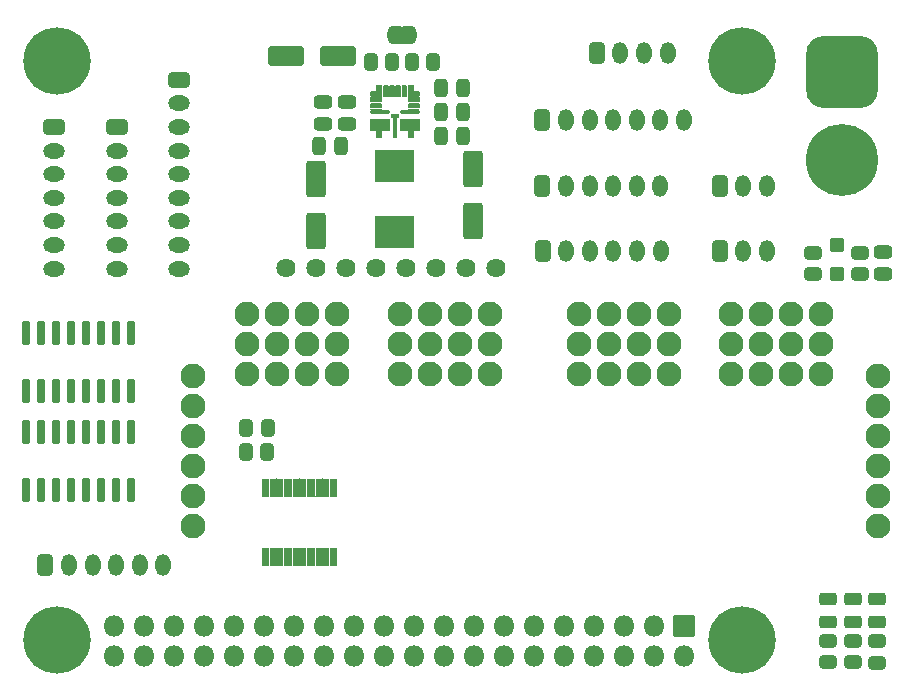
<source format=gbr>
G04 #@! TF.GenerationSoftware,KiCad,Pcbnew,(6.0.1)*
G04 #@! TF.CreationDate,2022-08-03T17:01:47-07:00*
G04 #@! TF.ProjectId,Prime Mover,5072696d-6520-44d6-9f76-65722e6b6963,rev?*
G04 #@! TF.SameCoordinates,Original*
G04 #@! TF.FileFunction,Soldermask,Top*
G04 #@! TF.FilePolarity,Negative*
%FSLAX46Y46*%
G04 Gerber Fmt 4.6, Leading zero omitted, Abs format (unit mm)*
G04 Created by KiCad (PCBNEW (6.0.1)) date 2022-08-03 17:01:47*
%MOMM*%
%LPD*%
G01*
G04 APERTURE LIST*
G04 Aperture macros list*
%AMRoundRect*
0 Rectangle with rounded corners*
0 $1 Rounding radius*
0 $2 $3 $4 $5 $6 $7 $8 $9 X,Y pos of 4 corners*
0 Add a 4 corners polygon primitive as box body*
4,1,4,$2,$3,$4,$5,$6,$7,$8,$9,$2,$3,0*
0 Add four circle primitives for the rounded corners*
1,1,$1+$1,$2,$3*
1,1,$1+$1,$4,$5*
1,1,$1+$1,$6,$7*
1,1,$1+$1,$8,$9*
0 Add four rect primitives between the rounded corners*
20,1,$1+$1,$2,$3,$4,$5,0*
20,1,$1+$1,$4,$5,$6,$7,0*
20,1,$1+$1,$6,$7,$8,$9,0*
20,1,$1+$1,$8,$9,$2,$3,0*%
%AMFreePoly0*
4,1,37,0.536062,0.786062,0.551000,0.750000,0.551000,-0.750000,0.536062,-0.786062,0.500000,-0.801000,0.000000,-0.801000,-0.012525,-0.795812,-0.080875,-0.794559,-0.095149,-0.792248,-0.230464,-0.749973,-0.243516,-0.743747,-0.361526,-0.665192,-0.372306,-0.655554,-0.463526,-0.547035,-0.471167,-0.534759,-0.528262,-0.405000,-0.532150,-0.391073,-0.549733,-0.256613,-0.548336,-0.256430,-0.551000,-0.250000,
-0.551000,0.250000,-0.550512,0.251179,-0.550356,0.263956,-0.528545,0.404033,-0.524317,0.417860,-0.464069,0.546185,-0.456130,0.558271,-0.362286,0.664529,-0.351274,0.673901,-0.231379,0.749549,-0.218180,0.755454,-0.081873,0.794411,-0.067546,0.796373,-0.011990,0.796033,0.000000,0.801000,0.500000,0.801000,0.536062,0.786062,0.536062,0.786062,$1*%
%AMFreePoly1*
4,1,37,0.012349,0.795885,0.074216,0.795507,0.088518,0.793370,0.224339,0.752751,0.237465,0.746685,0.356427,0.669578,0.367324,0.660073,0.459862,0.552676,0.467652,0.540494,0.526329,0.411442,0.530388,0.397563,0.550485,0.257230,0.551000,0.250000,0.551000,-0.250000,0.550996,-0.250622,0.550847,-0.262838,0.550144,-0.270677,0.526624,-0.410478,0.522228,-0.424254,0.460416,-0.551833,
0.452330,-0.563821,0.357195,-0.668925,0.346069,-0.678161,0.225259,-0.752338,0.211989,-0.758081,0.075216,-0.795370,0.060866,-0.797157,0.011464,-0.796251,0.000000,-0.801000,-0.500000,-0.801000,-0.536062,-0.786062,-0.551000,-0.750000,-0.551000,0.750000,-0.536062,0.786062,-0.500000,0.801000,0.000000,0.801000,0.012349,0.795885,0.012349,0.795885,$1*%
G04 Aperture macros list end*
%ADD10C,5.702000*%
%ADD11RoundRect,0.301000X0.450000X-0.262500X0.450000X0.262500X-0.450000X0.262500X-0.450000X-0.262500X0*%
%ADD12RoundRect,0.294750X0.456250X-0.243750X0.456250X0.243750X-0.456250X0.243750X-0.456250X-0.243750X0*%
%ADD13C,6.102000*%
%ADD14RoundRect,1.551000X-1.500000X1.500000X-1.500000X-1.500000X1.500000X-1.500000X1.500000X1.500000X0*%
%ADD15C,2.102000*%
%ADD16RoundRect,0.051000X0.225000X0.737500X-0.225000X0.737500X-0.225000X-0.737500X0.225000X-0.737500X0*%
%ADD17FreePoly0,0.000000*%
%ADD18FreePoly1,0.000000*%
%ADD19RoundRect,0.301000X-0.250000X-0.475000X0.250000X-0.475000X0.250000X0.475000X-0.250000X0.475000X0*%
%ADD20RoundRect,0.301000X-0.350000X-0.625000X0.350000X-0.625000X0.350000X0.625000X-0.350000X0.625000X0*%
%ADD21O,1.302000X1.852000*%
%ADD22RoundRect,0.301000X1.250000X0.550000X-1.250000X0.550000X-1.250000X-0.550000X1.250000X-0.550000X0*%
%ADD23RoundRect,0.301000X0.550000X-1.250000X0.550000X1.250000X-0.550000X1.250000X-0.550000X-1.250000X0*%
%ADD24RoundRect,0.201000X0.150000X-0.825000X0.150000X0.825000X-0.150000X0.825000X-0.150000X-0.825000X0*%
%ADD25RoundRect,0.301000X-0.625000X0.350000X-0.625000X-0.350000X0.625000X-0.350000X0.625000X0.350000X0*%
%ADD26O,1.852000X1.302000*%
%ADD27RoundRect,0.301000X0.475000X-0.250000X0.475000X0.250000X-0.475000X0.250000X-0.475000X-0.250000X0*%
%ADD28RoundRect,0.301000X-0.262500X-0.450000X0.262500X-0.450000X0.262500X0.450000X-0.262500X0.450000X0*%
%ADD29RoundRect,0.051000X-1.600000X1.325000X-1.600000X-1.325000X1.600000X-1.325000X1.600000X1.325000X0*%
%ADD30RoundRect,0.301000X-0.450000X0.262500X-0.450000X-0.262500X0.450000X-0.262500X0.450000X0.262500X0*%
%ADD31RoundRect,0.051000X0.437500X-0.150000X0.437500X0.150000X-0.437500X0.150000X-0.437500X-0.150000X0*%
%ADD32RoundRect,0.051000X0.762500X-0.125000X0.762500X0.125000X-0.762500X0.125000X-0.762500X-0.125000X0*%
%ADD33RoundRect,0.051000X0.762500X-0.475000X0.762500X0.475000X-0.762500X0.475000X-0.762500X-0.475000X0*%
%ADD34RoundRect,0.051000X-0.225000X-0.300000X0.225000X-0.300000X0.225000X0.300000X-0.225000X0.300000X0*%
%ADD35RoundRect,0.051000X-0.150000X-0.825000X0.150000X-0.825000X0.150000X0.825000X-0.150000X0.825000X0*%
%ADD36RoundRect,0.051000X-0.225000X-0.437500X0.225000X-0.437500X0.225000X0.437500X-0.225000X0.437500X0*%
%ADD37RoundRect,0.051000X-0.150000X-0.437500X0.150000X-0.437500X0.150000X0.437500X-0.150000X0.437500X0*%
%ADD38RoundRect,0.051000X0.250000X-0.175000X0.250000X0.175000X-0.250000X0.175000X-0.250000X-0.175000X0*%
%ADD39RoundRect,0.051000X0.300000X-0.125000X0.300000X0.125000X-0.300000X0.125000X-0.300000X-0.125000X0*%
%ADD40RoundRect,0.051000X0.500000X-0.500000X0.500000X0.500000X-0.500000X0.500000X-0.500000X-0.500000X0*%
%ADD41RoundRect,0.051000X0.850000X-0.850000X0.850000X0.850000X-0.850000X0.850000X-0.850000X-0.850000X0*%
%ADD42O,1.802000X1.802000*%
%ADD43C,1.626000*%
G04 APERTURE END LIST*
D10*
X39000000Y-24500000D03*
X39000000Y24500000D03*
X-19000000Y-24500000D03*
X-19000000Y24500000D03*
D11*
X50470000Y-24597500D03*
X50470000Y-26422500D03*
X48400000Y-24587500D03*
X48400000Y-26412500D03*
X46320000Y-24587500D03*
X46320000Y-26412500D03*
D12*
X50470000Y-21072500D03*
X50470000Y-22947500D03*
X48400000Y-22947500D03*
X48400000Y-21072500D03*
X46320000Y-22947500D03*
X46320000Y-21072500D03*
D13*
X47500000Y16160000D03*
D14*
X47500000Y23600000D03*
D15*
X50500000Y-14850000D03*
X50500000Y-12310000D03*
X50500000Y-9770000D03*
X50500000Y-7230000D03*
X50500000Y-4690000D03*
X50500000Y-2150000D03*
X-7500000Y-14850000D03*
X-7500000Y-12310000D03*
X-7500000Y-9770000D03*
X-7500000Y-7230000D03*
X-7500000Y-4690000D03*
X-7500000Y-2150000D03*
X45700000Y-1980000D03*
X45700000Y560000D03*
X45700000Y3100000D03*
X43160000Y-1980000D03*
X43160000Y560000D03*
X43160000Y3100000D03*
X40620000Y-1980000D03*
X40620000Y560000D03*
X40620000Y3100000D03*
X38080000Y-1980000D03*
X38080000Y560000D03*
X38080000Y3100000D03*
X32840000Y-1980000D03*
X32840000Y560000D03*
X32840000Y3100000D03*
X30300000Y-1980000D03*
X30300000Y560000D03*
X30300000Y3100000D03*
X27760000Y-1980000D03*
X27760000Y560000D03*
X27760000Y3100000D03*
X25220000Y-1980000D03*
X25220000Y560000D03*
X25220000Y3100000D03*
X17700000Y-1980000D03*
X17700000Y560000D03*
X17700000Y3100000D03*
X15160000Y-1980000D03*
X15160000Y560000D03*
X15160000Y3100000D03*
X12620000Y-1980000D03*
X12620000Y560000D03*
X12620000Y3100000D03*
X10080000Y-1980000D03*
X10080000Y560000D03*
X10080000Y3100000D03*
X4740000Y-1980000D03*
X4740000Y560000D03*
X4740000Y3100000D03*
X2200000Y-1980000D03*
X2200000Y560000D03*
X2200000Y3100000D03*
X-340000Y-1980000D03*
X-340000Y560000D03*
X-340000Y3100000D03*
X-2880000Y-1980000D03*
X-2880000Y560000D03*
X-2880000Y3100000D03*
D16*
X-1375000Y-17478000D03*
X-725000Y-17478000D03*
X-75000Y-17478000D03*
X575000Y-17478000D03*
X1225000Y-17478000D03*
X1875000Y-17478000D03*
X2525000Y-17478000D03*
X3175000Y-17478000D03*
X3825000Y-17478000D03*
X4475000Y-17478000D03*
X4475000Y-11602000D03*
X3825000Y-11602000D03*
X3175000Y-11602000D03*
X2525000Y-11602000D03*
X1875000Y-11602000D03*
X1225000Y-11602000D03*
X575000Y-11602000D03*
X-75000Y-11602000D03*
X-725000Y-11602000D03*
X-1375000Y-11602000D03*
D17*
X9570000Y26710000D03*
D18*
X10870000Y26710000D03*
D19*
X13520000Y18140000D03*
X15420000Y18140000D03*
D20*
X22110000Y13970000D03*
D21*
X24110000Y13970000D03*
X26110000Y13970000D03*
X28110000Y13970000D03*
X30110000Y13970000D03*
X32110000Y13970000D03*
D22*
X4840000Y24930000D03*
X440000Y24930000D03*
D23*
X16260000Y10950000D03*
X16260000Y15350000D03*
X2980000Y10130000D03*
X2980000Y14530000D03*
D24*
X-21615000Y-3445000D03*
X-20345000Y-3445000D03*
X-19075000Y-3445000D03*
X-17805000Y-3445000D03*
X-16535000Y-3445000D03*
X-15265000Y-3445000D03*
X-13995000Y-3445000D03*
X-12725000Y-3445000D03*
X-12725000Y1505000D03*
X-13995000Y1505000D03*
X-15265000Y1505000D03*
X-16535000Y1505000D03*
X-17805000Y1505000D03*
X-19075000Y1505000D03*
X-20345000Y1505000D03*
X-21615000Y1505000D03*
D25*
X-13940000Y18930000D03*
D26*
X-13940000Y16930000D03*
X-13940000Y14930000D03*
X-13940000Y12930000D03*
X-13940000Y10930000D03*
X-13940000Y8930000D03*
X-13940000Y6930000D03*
D21*
X-9970000Y-18170000D03*
X-11970000Y-18170000D03*
X-13970000Y-18170000D03*
X-15970000Y-18170000D03*
X-17970000Y-18170000D03*
D20*
X-19970000Y-18170000D03*
D26*
X-19230000Y6930000D03*
X-19230000Y8930000D03*
X-19230000Y10930000D03*
X-19230000Y12930000D03*
X-19230000Y14930000D03*
X-19230000Y16930000D03*
D25*
X-19230000Y18930000D03*
D20*
X22110000Y19550000D03*
D21*
X24110000Y19550000D03*
X26110000Y19550000D03*
X28110000Y19550000D03*
X30110000Y19550000D03*
X32110000Y19550000D03*
X34110000Y19550000D03*
D24*
X-21605000Y-6885000D03*
X-20335000Y-6885000D03*
X-19065000Y-6885000D03*
X-17795000Y-6885000D03*
X-16525000Y-6885000D03*
X-15255000Y-6885000D03*
X-13985000Y-6885000D03*
X-12715000Y-6885000D03*
X-12715000Y-11835000D03*
X-13985000Y-11835000D03*
X-15255000Y-11835000D03*
X-16525000Y-11835000D03*
X-17795000Y-11835000D03*
X-19065000Y-11835000D03*
X-20335000Y-11835000D03*
X-21605000Y-11835000D03*
D27*
X5550000Y19140000D03*
X5550000Y21040000D03*
D28*
X7587500Y24450000D03*
X9412500Y24450000D03*
D29*
X9630000Y15650000D03*
X9630000Y10050000D03*
D20*
X26720000Y25150000D03*
D21*
X28720000Y25150000D03*
X30720000Y25150000D03*
X32720000Y25150000D03*
D28*
X11037500Y24440000D03*
X12862500Y24440000D03*
D27*
X3510000Y19140000D03*
X3510000Y21040000D03*
D26*
X-8650000Y6930000D03*
X-8650000Y8930000D03*
X-8650000Y10930000D03*
X-8650000Y12930000D03*
X-8650000Y14930000D03*
X-8650000Y16930000D03*
X-8650000Y18930000D03*
X-8650000Y20930000D03*
D25*
X-8650000Y22930000D03*
D28*
X-2992500Y-8570000D03*
X-1167500Y-8570000D03*
D20*
X22130000Y8390000D03*
D21*
X24130000Y8390000D03*
X26130000Y8390000D03*
X28130000Y8390000D03*
X30130000Y8390000D03*
X32130000Y8390000D03*
D30*
X45060000Y8295000D03*
X45060000Y6470000D03*
D28*
X-2982500Y-6570000D03*
X-1157500Y-6570000D03*
D20*
X37110000Y13970000D03*
D21*
X39110000Y13970000D03*
X41110000Y13970000D03*
D31*
X8017000Y21170000D03*
X8017000Y20670000D03*
D32*
X8342000Y20170000D03*
D33*
X8343000Y19120000D03*
D34*
X8305000Y18345000D03*
D35*
X9630000Y18870000D03*
D34*
X10955000Y18345000D03*
D33*
X10917000Y19120000D03*
D32*
X10918000Y20170000D03*
D31*
X11242000Y20670000D03*
X11242000Y21170000D03*
D36*
X10955000Y21957000D03*
D37*
X10380000Y21958000D03*
X9880000Y21958000D03*
X9380000Y21958000D03*
X8880000Y21958000D03*
D36*
X8305000Y21958000D03*
D38*
X7830000Y21695000D03*
D39*
X9630000Y19820000D03*
D38*
X11430000Y21695000D03*
D19*
X13520000Y20180000D03*
X15420000Y20180000D03*
D11*
X49000000Y6457500D03*
X49000000Y8282500D03*
D27*
X50990000Y6440000D03*
X50990000Y8340000D03*
D20*
X37110000Y8390000D03*
D21*
X39110000Y8390000D03*
X41110000Y8390000D03*
D40*
X47030000Y6450000D03*
X47030000Y8950000D03*
D19*
X3180000Y17330000D03*
X5080000Y17330000D03*
X13520000Y22200000D03*
X15420000Y22200000D03*
D41*
X34080000Y-23350000D03*
D42*
X34080000Y-25890000D03*
X31540000Y-23350000D03*
X31540000Y-25890000D03*
X29000000Y-23350000D03*
X29000000Y-25890000D03*
X26460000Y-23350000D03*
X26460000Y-25890000D03*
X23920000Y-23350000D03*
X23920000Y-25890000D03*
X21380000Y-23350000D03*
X21380000Y-25890000D03*
X18840000Y-23350000D03*
X18840000Y-25890000D03*
X16300000Y-23350000D03*
X16300000Y-25890000D03*
X13760000Y-23350000D03*
X13760000Y-25890000D03*
X11220000Y-23350000D03*
X11220000Y-25890000D03*
X8680000Y-23350000D03*
X8680000Y-25890000D03*
X6140000Y-23350000D03*
X6140000Y-25890000D03*
X3600000Y-23350000D03*
X3600000Y-25890000D03*
X1060000Y-23350000D03*
X1060000Y-25890000D03*
X-1480000Y-23350000D03*
X-1480000Y-25890000D03*
X-4020000Y-23350000D03*
X-4020000Y-25890000D03*
X-6560000Y-23350000D03*
X-6560000Y-25890000D03*
X-9100000Y-23350000D03*
X-9100000Y-25890000D03*
X-11640000Y-23350000D03*
X-11640000Y-25890000D03*
X-14180000Y-23350000D03*
X-14180000Y-25890000D03*
D43*
X18225000Y7000000D03*
X15685000Y7000000D03*
X13145000Y7000000D03*
X10605000Y7000000D03*
X8065000Y7000000D03*
X5525000Y7000000D03*
X2985000Y7000000D03*
X445000Y7000000D03*
G36*
X-335367Y-16704017D02*
G01*
X-334803Y-16705936D01*
X-335084Y-16706575D01*
X-345233Y-16721763D01*
X-349000Y-16740699D01*
X-349000Y-18215301D01*
X-345233Y-18234238D01*
X-335186Y-18249273D01*
X-335055Y-18251268D01*
X-336718Y-18252380D01*
X-337447Y-18252293D01*
X-397788Y-18233398D01*
X-462690Y-18252455D01*
X-464633Y-18251983D01*
X-465197Y-18250064D01*
X-464916Y-18249425D01*
X-454767Y-18234237D01*
X-451000Y-18215301D01*
X-451000Y-16740699D01*
X-454767Y-16721762D01*
X-464814Y-16706727D01*
X-464945Y-16704732D01*
X-463282Y-16703620D01*
X-462553Y-16703707D01*
X-402212Y-16722602D01*
X-337310Y-16703545D01*
X-335367Y-16704017D01*
G37*
G36*
X-985367Y-16704017D02*
G01*
X-984803Y-16705936D01*
X-985084Y-16706575D01*
X-995233Y-16721763D01*
X-999000Y-16740699D01*
X-999000Y-18215301D01*
X-995233Y-18234238D01*
X-985186Y-18249273D01*
X-985055Y-18251268D01*
X-986718Y-18252380D01*
X-987447Y-18252293D01*
X-1047788Y-18233398D01*
X-1112690Y-18252455D01*
X-1114633Y-18251983D01*
X-1115197Y-18250064D01*
X-1114916Y-18249425D01*
X-1104767Y-18234237D01*
X-1101000Y-18215301D01*
X-1101000Y-16740699D01*
X-1104767Y-16721762D01*
X-1114814Y-16706727D01*
X-1114945Y-16704732D01*
X-1113282Y-16703620D01*
X-1112553Y-16703707D01*
X-1052212Y-16722602D01*
X-987310Y-16703545D01*
X-985367Y-16704017D01*
G37*
G36*
X2914633Y-16704017D02*
G01*
X2915197Y-16705936D01*
X2914916Y-16706575D01*
X2904767Y-16721763D01*
X2901000Y-16740699D01*
X2901000Y-18215301D01*
X2904767Y-18234238D01*
X2914814Y-18249273D01*
X2914945Y-18251268D01*
X2913282Y-18252380D01*
X2912553Y-18252293D01*
X2852212Y-18233398D01*
X2787310Y-18252455D01*
X2785367Y-18251983D01*
X2784803Y-18250064D01*
X2785084Y-18249425D01*
X2795233Y-18234237D01*
X2799000Y-18215301D01*
X2799000Y-16740699D01*
X2795233Y-16721762D01*
X2785186Y-16706727D01*
X2785055Y-16704732D01*
X2786718Y-16703620D01*
X2787447Y-16703707D01*
X2847788Y-16722602D01*
X2912690Y-16703545D01*
X2914633Y-16704017D01*
G37*
G36*
X314633Y-16704017D02*
G01*
X315197Y-16705936D01*
X314916Y-16706575D01*
X304767Y-16721763D01*
X301000Y-16740699D01*
X301000Y-18215301D01*
X304767Y-18234238D01*
X314814Y-18249273D01*
X314945Y-18251268D01*
X313282Y-18252380D01*
X312553Y-18252293D01*
X252212Y-18233398D01*
X187310Y-18252455D01*
X185367Y-18251983D01*
X184803Y-18250064D01*
X185084Y-18249425D01*
X195233Y-18234237D01*
X199000Y-18215301D01*
X199000Y-16740699D01*
X195233Y-16721762D01*
X185186Y-16706727D01*
X185055Y-16704732D01*
X186718Y-16703620D01*
X187447Y-16703707D01*
X247788Y-16722602D01*
X312690Y-16703545D01*
X314633Y-16704017D01*
G37*
G36*
X964633Y-16704017D02*
G01*
X965197Y-16705936D01*
X964916Y-16706575D01*
X954767Y-16721763D01*
X951000Y-16740699D01*
X951000Y-18215301D01*
X954767Y-18234238D01*
X964814Y-18249273D01*
X964945Y-18251268D01*
X963282Y-18252380D01*
X962553Y-18252293D01*
X902212Y-18233398D01*
X837310Y-18252455D01*
X835367Y-18251983D01*
X834803Y-18250064D01*
X835084Y-18249425D01*
X845233Y-18234237D01*
X849000Y-18215301D01*
X849000Y-16740699D01*
X845233Y-16721762D01*
X835186Y-16706727D01*
X835055Y-16704732D01*
X836718Y-16703620D01*
X837447Y-16703707D01*
X897788Y-16722602D01*
X962690Y-16703545D01*
X964633Y-16704017D01*
G37*
G36*
X1614633Y-16704017D02*
G01*
X1615197Y-16705936D01*
X1614916Y-16706575D01*
X1604767Y-16721763D01*
X1601000Y-16740699D01*
X1601000Y-18215301D01*
X1604767Y-18234238D01*
X1614814Y-18249273D01*
X1614945Y-18251268D01*
X1613282Y-18252380D01*
X1612553Y-18252293D01*
X1552212Y-18233398D01*
X1487310Y-18252455D01*
X1485367Y-18251983D01*
X1484803Y-18250064D01*
X1485084Y-18249425D01*
X1495233Y-18234237D01*
X1499000Y-18215301D01*
X1499000Y-16740699D01*
X1495233Y-16721762D01*
X1485186Y-16706727D01*
X1485055Y-16704732D01*
X1486718Y-16703620D01*
X1487447Y-16703707D01*
X1547788Y-16722602D01*
X1612690Y-16703545D01*
X1614633Y-16704017D01*
G37*
G36*
X3564633Y-16704017D02*
G01*
X3565197Y-16705936D01*
X3564916Y-16706575D01*
X3554767Y-16721763D01*
X3551000Y-16740699D01*
X3551000Y-18215301D01*
X3554767Y-18234238D01*
X3564814Y-18249273D01*
X3564945Y-18251268D01*
X3563282Y-18252380D01*
X3562553Y-18252293D01*
X3502212Y-18233398D01*
X3437310Y-18252455D01*
X3435367Y-18251983D01*
X3434803Y-18250064D01*
X3435084Y-18249425D01*
X3445233Y-18234237D01*
X3449000Y-18215301D01*
X3449000Y-16740699D01*
X3445233Y-16721762D01*
X3435186Y-16706727D01*
X3435055Y-16704732D01*
X3436718Y-16703620D01*
X3437447Y-16703707D01*
X3497788Y-16722602D01*
X3562690Y-16703545D01*
X3564633Y-16704017D01*
G37*
G36*
X2264633Y-16704017D02*
G01*
X2265197Y-16705936D01*
X2264916Y-16706575D01*
X2254767Y-16721763D01*
X2251000Y-16740699D01*
X2251000Y-18215301D01*
X2254767Y-18234238D01*
X2264814Y-18249273D01*
X2264945Y-18251268D01*
X2263282Y-18252380D01*
X2262553Y-18252293D01*
X2202212Y-18233398D01*
X2137310Y-18252455D01*
X2135367Y-18251983D01*
X2134803Y-18250064D01*
X2135084Y-18249425D01*
X2145233Y-18234237D01*
X2149000Y-18215301D01*
X2149000Y-16740699D01*
X2145233Y-16721762D01*
X2135186Y-16706727D01*
X2135055Y-16704732D01*
X2136718Y-16703620D01*
X2137447Y-16703707D01*
X2197788Y-16722602D01*
X2262690Y-16703545D01*
X2264633Y-16704017D01*
G37*
G36*
X4214633Y-16704017D02*
G01*
X4215197Y-16705936D01*
X4214916Y-16706575D01*
X4204767Y-16721763D01*
X4201000Y-16740699D01*
X4201000Y-18215301D01*
X4204767Y-18234238D01*
X4214814Y-18249273D01*
X4214945Y-18251268D01*
X4213282Y-18252380D01*
X4212553Y-18252293D01*
X4152212Y-18233398D01*
X4087310Y-18252455D01*
X4085367Y-18251983D01*
X4084803Y-18250064D01*
X4085084Y-18249425D01*
X4095233Y-18234237D01*
X4099000Y-18215301D01*
X4099000Y-16740699D01*
X4095233Y-16721762D01*
X4085186Y-16706727D01*
X4085055Y-16704732D01*
X4086718Y-16703620D01*
X4087447Y-16703707D01*
X4147788Y-16722602D01*
X4212690Y-16703545D01*
X4214633Y-16704017D01*
G37*
G36*
X-335367Y-10828017D02*
G01*
X-334803Y-10829936D01*
X-335084Y-10830575D01*
X-345233Y-10845763D01*
X-349000Y-10864699D01*
X-349000Y-12339301D01*
X-345233Y-12358238D01*
X-335186Y-12373273D01*
X-335055Y-12375268D01*
X-336718Y-12376380D01*
X-337447Y-12376293D01*
X-397788Y-12357398D01*
X-462690Y-12376455D01*
X-464633Y-12375983D01*
X-465197Y-12374064D01*
X-464916Y-12373425D01*
X-454767Y-12358237D01*
X-451000Y-12339301D01*
X-451000Y-10864699D01*
X-454767Y-10845762D01*
X-464814Y-10830727D01*
X-464945Y-10828732D01*
X-463282Y-10827620D01*
X-462553Y-10827707D01*
X-402212Y-10846602D01*
X-337310Y-10827545D01*
X-335367Y-10828017D01*
G37*
G36*
X4214633Y-10828017D02*
G01*
X4215197Y-10829936D01*
X4214916Y-10830575D01*
X4204767Y-10845763D01*
X4201000Y-10864699D01*
X4201000Y-12339301D01*
X4204767Y-12358238D01*
X4214814Y-12373273D01*
X4214945Y-12375268D01*
X4213282Y-12376380D01*
X4212553Y-12376293D01*
X4152212Y-12357398D01*
X4087310Y-12376455D01*
X4085367Y-12375983D01*
X4084803Y-12374064D01*
X4085084Y-12373425D01*
X4095233Y-12358237D01*
X4099000Y-12339301D01*
X4099000Y-10864699D01*
X4095233Y-10845762D01*
X4085186Y-10830727D01*
X4085055Y-10828732D01*
X4086718Y-10827620D01*
X4087447Y-10827707D01*
X4147788Y-10846602D01*
X4212690Y-10827545D01*
X4214633Y-10828017D01*
G37*
G36*
X964633Y-10828017D02*
G01*
X965197Y-10829936D01*
X964916Y-10830575D01*
X954767Y-10845763D01*
X951000Y-10864699D01*
X951000Y-12339301D01*
X954767Y-12358238D01*
X964814Y-12373273D01*
X964945Y-12375268D01*
X963282Y-12376380D01*
X962553Y-12376293D01*
X902212Y-12357398D01*
X837310Y-12376455D01*
X835367Y-12375983D01*
X834803Y-12374064D01*
X835084Y-12373425D01*
X845233Y-12358237D01*
X849000Y-12339301D01*
X849000Y-10864699D01*
X845233Y-10845762D01*
X835186Y-10830727D01*
X835055Y-10828732D01*
X836718Y-10827620D01*
X837447Y-10827707D01*
X897788Y-10846602D01*
X962690Y-10827545D01*
X964633Y-10828017D01*
G37*
G36*
X314633Y-10828017D02*
G01*
X315197Y-10829936D01*
X314916Y-10830575D01*
X304767Y-10845763D01*
X301000Y-10864699D01*
X301000Y-12339301D01*
X304767Y-12358238D01*
X314814Y-12373273D01*
X314945Y-12375268D01*
X313282Y-12376380D01*
X312553Y-12376293D01*
X252212Y-12357398D01*
X187310Y-12376455D01*
X185367Y-12375983D01*
X184803Y-12374064D01*
X185084Y-12373425D01*
X195233Y-12358237D01*
X199000Y-12339301D01*
X199000Y-10864699D01*
X195233Y-10845762D01*
X185186Y-10830727D01*
X185055Y-10828732D01*
X186718Y-10827620D01*
X187447Y-10827707D01*
X247788Y-10846602D01*
X312690Y-10827545D01*
X314633Y-10828017D01*
G37*
G36*
X2914633Y-10828017D02*
G01*
X2915197Y-10829936D01*
X2914916Y-10830575D01*
X2904767Y-10845763D01*
X2901000Y-10864699D01*
X2901000Y-12339301D01*
X2904767Y-12358238D01*
X2914814Y-12373273D01*
X2914945Y-12375268D01*
X2913282Y-12376380D01*
X2912553Y-12376293D01*
X2852212Y-12357398D01*
X2787310Y-12376455D01*
X2785367Y-12375983D01*
X2784803Y-12374064D01*
X2785084Y-12373425D01*
X2795233Y-12358237D01*
X2799000Y-12339301D01*
X2799000Y-10864699D01*
X2795233Y-10845762D01*
X2785186Y-10830727D01*
X2785055Y-10828732D01*
X2786718Y-10827620D01*
X2787447Y-10827707D01*
X2847788Y-10846602D01*
X2912690Y-10827545D01*
X2914633Y-10828017D01*
G37*
G36*
X-985367Y-10828017D02*
G01*
X-984803Y-10829936D01*
X-985084Y-10830575D01*
X-995233Y-10845763D01*
X-999000Y-10864699D01*
X-999000Y-12339301D01*
X-995233Y-12358238D01*
X-985186Y-12373273D01*
X-985055Y-12375268D01*
X-986718Y-12376380D01*
X-987447Y-12376293D01*
X-1047788Y-12357398D01*
X-1112690Y-12376455D01*
X-1114633Y-12375983D01*
X-1115197Y-12374064D01*
X-1114916Y-12373425D01*
X-1104767Y-12358237D01*
X-1101000Y-12339301D01*
X-1101000Y-10864699D01*
X-1104767Y-10845762D01*
X-1114814Y-10830727D01*
X-1114945Y-10828732D01*
X-1113282Y-10827620D01*
X-1112553Y-10827707D01*
X-1052212Y-10846602D01*
X-987310Y-10827545D01*
X-985367Y-10828017D01*
G37*
G36*
X3564633Y-10828017D02*
G01*
X3565197Y-10829936D01*
X3564916Y-10830575D01*
X3554767Y-10845763D01*
X3551000Y-10864699D01*
X3551000Y-12339301D01*
X3554767Y-12358238D01*
X3564814Y-12373273D01*
X3564945Y-12375268D01*
X3563282Y-12376380D01*
X3562553Y-12376293D01*
X3502212Y-12357398D01*
X3437310Y-12376455D01*
X3435367Y-12375983D01*
X3434803Y-12374064D01*
X3435084Y-12373425D01*
X3445233Y-12358237D01*
X3449000Y-12339301D01*
X3449000Y-10864699D01*
X3445233Y-10845762D01*
X3435186Y-10830727D01*
X3435055Y-10828732D01*
X3436718Y-10827620D01*
X3437447Y-10827707D01*
X3497788Y-10846602D01*
X3562690Y-10827545D01*
X3564633Y-10828017D01*
G37*
G36*
X1614633Y-10828017D02*
G01*
X1615197Y-10829936D01*
X1614916Y-10830575D01*
X1604767Y-10845763D01*
X1601000Y-10864699D01*
X1601000Y-12339301D01*
X1604767Y-12358238D01*
X1614814Y-12373273D01*
X1614945Y-12375268D01*
X1613282Y-12376380D01*
X1612553Y-12376293D01*
X1552212Y-12357398D01*
X1487310Y-12376455D01*
X1485367Y-12375983D01*
X1484803Y-12374064D01*
X1485084Y-12373425D01*
X1495233Y-12358237D01*
X1499000Y-12339301D01*
X1499000Y-10864699D01*
X1495233Y-10845762D01*
X1485186Y-10830727D01*
X1485055Y-10828732D01*
X1486718Y-10827620D01*
X1487447Y-10827707D01*
X1547788Y-10846602D01*
X1612690Y-10827545D01*
X1614633Y-10828017D01*
G37*
G36*
X2264633Y-10828017D02*
G01*
X2265197Y-10829936D01*
X2264916Y-10830575D01*
X2254767Y-10845763D01*
X2251000Y-10864699D01*
X2251000Y-12339301D01*
X2254767Y-12358238D01*
X2264814Y-12373273D01*
X2264945Y-12375268D01*
X2263282Y-12376380D01*
X2262553Y-12376293D01*
X2202212Y-12357398D01*
X2137310Y-12376455D01*
X2135367Y-12375983D01*
X2134803Y-12374064D01*
X2135084Y-12373425D01*
X2145233Y-12358237D01*
X2149000Y-12339301D01*
X2149000Y-10864699D01*
X2145233Y-10845762D01*
X2135186Y-10830727D01*
X2135055Y-10828732D01*
X2136718Y-10827620D01*
X2137447Y-10827707D01*
X2197788Y-10846602D01*
X2262690Y-10827545D01*
X2264633Y-10828017D01*
G37*
G36*
X10762032Y20496916D02*
G01*
X10762501Y20496422D01*
X10769880Y20485380D01*
X10785762Y20474767D01*
X10804699Y20471000D01*
X11679301Y20471000D01*
X11698238Y20474767D01*
X11709233Y20482114D01*
X11711229Y20482245D01*
X11712340Y20480582D01*
X11712007Y20479340D01*
X11710326Y20476823D01*
X11689546Y20410459D01*
X11710335Y20339659D01*
X11713007Y20335660D01*
X11713138Y20333664D01*
X11711475Y20332553D01*
X11710233Y20332886D01*
X11699238Y20340233D01*
X11680301Y20344000D01*
X10638251Y20344000D01*
X10636519Y20345000D01*
X10636519Y20347000D01*
X10637688Y20347919D01*
X10704700Y20367595D01*
X10750035Y20419916D01*
X10758851Y20495543D01*
X10760045Y20497147D01*
X10762032Y20496916D01*
G37*
G36*
X8499956Y20496195D02*
G01*
X8500154Y20495489D01*
X8506372Y20425996D01*
X8548842Y20371325D01*
X8621367Y20347903D01*
X8622708Y20346419D01*
X8622093Y20344516D01*
X8620752Y20344000D01*
X7579699Y20344000D01*
X7560762Y20340233D01*
X7549767Y20332886D01*
X7547771Y20332755D01*
X7546660Y20334418D01*
X7546993Y20335660D01*
X7549174Y20338925D01*
X7569954Y20405289D01*
X7549165Y20476089D01*
X7546993Y20479340D01*
X7546862Y20481336D01*
X7548525Y20482447D01*
X7549767Y20482114D01*
X7560762Y20474767D01*
X7579699Y20471000D01*
X8454301Y20471000D01*
X8473238Y20474767D01*
X8489120Y20485380D01*
X8496499Y20496422D01*
X8498293Y20497307D01*
X8499956Y20496195D01*
G37*
G36*
X7545575Y20984916D02*
G01*
X7560763Y20974767D01*
X7579699Y20971000D01*
X8454301Y20971000D01*
X8473238Y20974767D01*
X8488273Y20984814D01*
X8490268Y20984945D01*
X8491380Y20983282D01*
X8491293Y20982553D01*
X8472398Y20922212D01*
X8491455Y20857310D01*
X8490983Y20855367D01*
X8489064Y20854803D01*
X8488425Y20855084D01*
X8473237Y20865233D01*
X8454301Y20869000D01*
X7579699Y20869000D01*
X7560762Y20865233D01*
X7545727Y20855186D01*
X7543732Y20855055D01*
X7542620Y20856718D01*
X7542707Y20857447D01*
X7561602Y20917788D01*
X7542545Y20982690D01*
X7543017Y20984633D01*
X7544936Y20985197D01*
X7545575Y20984916D01*
G37*
G36*
X10770575Y20984916D02*
G01*
X10785763Y20974767D01*
X10804699Y20971000D01*
X11679301Y20971000D01*
X11698238Y20974767D01*
X11713273Y20984814D01*
X11715268Y20984945D01*
X11716380Y20983282D01*
X11716293Y20982553D01*
X11697398Y20922212D01*
X11716455Y20857310D01*
X11715983Y20855367D01*
X11714064Y20854803D01*
X11713425Y20855084D01*
X11698237Y20865233D01*
X11679301Y20869000D01*
X10804699Y20869000D01*
X10785762Y20865233D01*
X10770727Y20855186D01*
X10768732Y20855055D01*
X10767620Y20856718D01*
X10767707Y20857447D01*
X10786602Y20917788D01*
X10767545Y20982690D01*
X10768017Y20984633D01*
X10769936Y20985197D01*
X10770575Y20984916D01*
G37*
G36*
X11716711Y21483169D02*
G01*
X11716624Y21482440D01*
X11697648Y21421838D01*
X11716629Y21357195D01*
X11716157Y21355252D01*
X11714238Y21354688D01*
X11713599Y21354969D01*
X11698238Y21365233D01*
X11679301Y21369000D01*
X10804699Y21369000D01*
X10785762Y21365233D01*
X10769880Y21354620D01*
X10762531Y21343622D01*
X10760737Y21342737D01*
X10759074Y21343848D01*
X10758906Y21345123D01*
X10759564Y21348434D01*
X10753366Y21417694D01*
X10710572Y21470800D01*
X10710264Y21472776D01*
X10711821Y21474031D01*
X10712519Y21474017D01*
X10730199Y21470500D01*
X11179801Y21470500D01*
X11182124Y21470962D01*
X11182514Y21471000D01*
X11679801Y21471000D01*
X11698738Y21474767D01*
X11713604Y21484701D01*
X11715599Y21484832D01*
X11716711Y21483169D01*
G37*
G36*
X7545901Y21485031D02*
G01*
X7561262Y21474767D01*
X7580199Y21471000D01*
X8079801Y21471000D01*
X8082124Y21471462D01*
X8082514Y21471500D01*
X8529801Y21471500D01*
X8546758Y21474873D01*
X8548652Y21474230D01*
X8549042Y21472268D01*
X8548683Y21471628D01*
X8507269Y21422075D01*
X8499380Y21348708D01*
X8500092Y21345127D01*
X8499449Y21343233D01*
X8497487Y21342843D01*
X8496467Y21343626D01*
X8489120Y21354620D01*
X8473238Y21365233D01*
X8454301Y21369000D01*
X7579699Y21369000D01*
X7560762Y21365233D01*
X7545896Y21355299D01*
X7543901Y21355168D01*
X7542789Y21356831D01*
X7542876Y21357560D01*
X7561852Y21418162D01*
X7542871Y21482805D01*
X7543343Y21484748D01*
X7545262Y21485312D01*
X7545901Y21485031D01*
G37*
G36*
X10567672Y22431956D02*
G01*
X10628536Y22412898D01*
X10692922Y22431803D01*
X10694865Y22431331D01*
X10695429Y22429412D01*
X10695148Y22428773D01*
X10684767Y22413238D01*
X10681000Y22394301D01*
X10681000Y21519699D01*
X10684767Y21500762D01*
X10694589Y21486063D01*
X10694720Y21484067D01*
X10693057Y21482956D01*
X10692328Y21483043D01*
X10631469Y21502102D01*
X10567078Y21483197D01*
X10565135Y21483669D01*
X10564571Y21485588D01*
X10564852Y21486227D01*
X10575233Y21501762D01*
X10579000Y21520699D01*
X10579000Y22395301D01*
X10575233Y22414237D01*
X10565411Y22428936D01*
X10565280Y22430931D01*
X10566943Y22432043D01*
X10567672Y22431956D01*
G37*
G36*
X10194633Y22431983D02*
G01*
X10195197Y22430064D01*
X10194916Y22429425D01*
X10184767Y22414237D01*
X10181000Y22395301D01*
X10181000Y21520699D01*
X10184767Y21501762D01*
X10194814Y21486727D01*
X10194945Y21484732D01*
X10193282Y21483620D01*
X10192553Y21483707D01*
X10132212Y21502602D01*
X10067310Y21483545D01*
X10065367Y21484017D01*
X10064803Y21485936D01*
X10065084Y21486575D01*
X10075233Y21501763D01*
X10079000Y21520699D01*
X10079000Y22395301D01*
X10075233Y22414238D01*
X10065186Y22429273D01*
X10065055Y22431268D01*
X10066718Y22432380D01*
X10067447Y22432293D01*
X10127788Y22413398D01*
X10192690Y22432455D01*
X10194633Y22431983D01*
G37*
G36*
X9194633Y22431983D02*
G01*
X9195197Y22430064D01*
X9194916Y22429425D01*
X9184767Y22414237D01*
X9181000Y22395301D01*
X9181000Y21520699D01*
X9184767Y21501762D01*
X9194814Y21486727D01*
X9194945Y21484732D01*
X9193282Y21483620D01*
X9192553Y21483707D01*
X9132212Y21502602D01*
X9067310Y21483545D01*
X9065367Y21484017D01*
X9064803Y21485936D01*
X9065084Y21486575D01*
X9075233Y21501763D01*
X9079000Y21520699D01*
X9079000Y22395301D01*
X9075233Y22414238D01*
X9065186Y22429273D01*
X9065055Y22431268D01*
X9066718Y22432380D01*
X9067447Y22432293D01*
X9127788Y22413398D01*
X9192690Y22432455D01*
X9194633Y22431983D01*
G37*
G36*
X9694633Y22431983D02*
G01*
X9695197Y22430064D01*
X9694916Y22429425D01*
X9684767Y22414237D01*
X9681000Y22395301D01*
X9681000Y21520699D01*
X9684767Y21501762D01*
X9694814Y21486727D01*
X9694945Y21484732D01*
X9693282Y21483620D01*
X9692553Y21483707D01*
X9632212Y21502602D01*
X9567310Y21483545D01*
X9565367Y21484017D01*
X9564803Y21485936D01*
X9565084Y21486575D01*
X9575233Y21501763D01*
X9579000Y21520699D01*
X9579000Y22395301D01*
X9575233Y22414238D01*
X9565186Y22429273D01*
X9565055Y22431268D01*
X9566718Y22432380D01*
X9567447Y22432293D01*
X9627788Y22413398D01*
X9692690Y22432455D01*
X9694633Y22431983D01*
G37*
G36*
X8694633Y22431983D02*
G01*
X8695197Y22430064D01*
X8694916Y22429425D01*
X8684767Y22414237D01*
X8681000Y22395301D01*
X8681000Y21520699D01*
X8684767Y21501762D01*
X8694814Y21486727D01*
X8694945Y21484732D01*
X8693282Y21483620D01*
X8692553Y21483707D01*
X8632212Y21502602D01*
X8567311Y21483546D01*
X8565368Y21484018D01*
X8564804Y21485937D01*
X8565085Y21486576D01*
X8575233Y21501762D01*
X8579000Y21520699D01*
X8579000Y22395301D01*
X8575233Y22414238D01*
X8565186Y22429273D01*
X8565055Y22431268D01*
X8566718Y22432380D01*
X8567447Y22432293D01*
X8627788Y22413398D01*
X8692690Y22432455D01*
X8694633Y22431983D01*
G37*
G36*
X10119267Y27476699D02*
G01*
X10170946Y27433511D01*
X10239661Y27424880D01*
X10302291Y27454844D01*
X10320348Y27475682D01*
X10322238Y27476336D01*
X10323749Y27475026D01*
X10323821Y27473982D01*
X10321000Y27459801D01*
X10321000Y25960199D01*
X10323978Y25945226D01*
X10323335Y25943332D01*
X10321373Y25942942D01*
X10320733Y25943301D01*
X10269054Y25986489D01*
X10200339Y25995120D01*
X10137709Y25965156D01*
X10119652Y25944318D01*
X10117762Y25943664D01*
X10116251Y25944974D01*
X10116179Y25946018D01*
X10119000Y25960199D01*
X10119000Y27459801D01*
X10116022Y27474774D01*
X10116665Y27476668D01*
X10118627Y27477058D01*
X10119267Y27476699D01*
G37*
M02*

</source>
